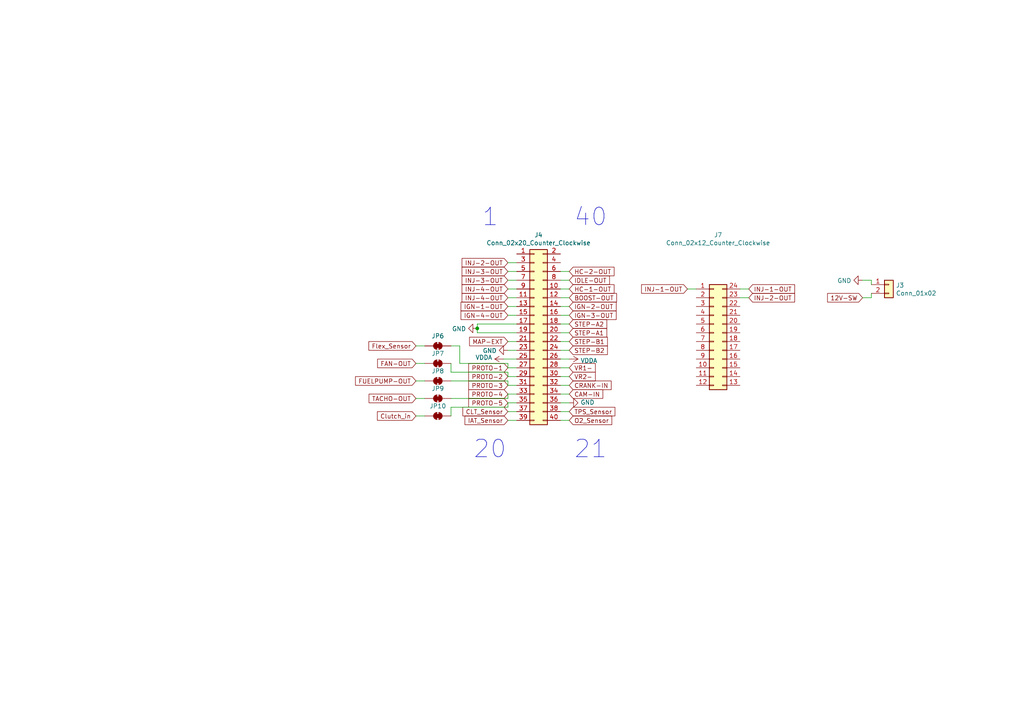
<source format=kicad_sch>
(kicad_sch (version 20231120) (generator "eeschema") (generator_version "8.0")
  (paper "A4")
  (title_block (title "0.4") (date "2021-03-27") (rev "4d") (company "Speeduino"))
  (lib_symbols
    (symbol "Connector_Generic:Conn_01x02" (pin_names (offset 1.016) hide)
      (property "Reference" "J" (at 0 2.54 0))
      (property "Value" "Conn_01x02" (at 0 -5.08 0))
      (symbol "Conn_01x02_1_1"
        (rectangle (start -1.27 -2.413) (end 0 -2.667) (stroke (width 0.1524)))
        (rectangle (start -1.27 0.127) (end 0 -0.127) (stroke (width 0.1524)))
        (rectangle (start -1.27 1.27) (end 1.27 -3.81) (stroke (width 0.254)) (fill (type background)))
        (pin passive line (at -5.08 0 0) (length 3.81) (name "Pin_1") (number "1"))
        (pin passive line (at -5.08 -2.54 0) (length 3.81) (name "Pin_2") (number "2"))
      )
    )
    (symbol "Connector_Generic:Conn_02x12_Counter_Clockwise" (pin_names (offset 1.016) hide)
      (property "Reference" "J" (at 1.27 15.24 0))
      (property "Value" "Conn_02x12_Counter_Clockwise" (at 1.27 -17.78 0))
      (symbol "Conn_02x12_Counter_Clockwise_1_1"
        (rectangle (start -1.27 -15.113) (end 0 -15.367) (stroke (width 0.1524)))
        (rectangle (start -1.27 -12.573) (end 0 -12.827) (stroke (width 0.1524)))
        (rectangle (start -1.27 -10.033) (end 0 -10.287) (stroke (width 0.1524)))
        (rectangle (start -1.27 -7.493) (end 0 -7.747) (stroke (width 0.1524)))
        (rectangle (start -1.27 -4.953) (end 0 -5.207) (stroke (width 0.1524)))
        (rectangle (start -1.27 -2.413) (end 0 -2.667) (stroke (width 0.1524)))
        (rectangle (start -1.27 0.127) (end 0 -0.127) (stroke (width 0.1524)))
        (rectangle (start -1.27 2.667) (end 0 2.413) (stroke (width 0.1524)))
        (rectangle (start -1.27 5.207) (end 0 4.953) (stroke (width 0.1524)))
        (rectangle (start -1.27 7.747) (end 0 7.493) (stroke (width 0.1524)))
        (rectangle (start -1.27 10.287) (end 0 10.033) (stroke (width 0.1524)))
        (rectangle (start -1.27 12.827) (end 0 12.573) (stroke (width 0.1524)))
        (rectangle (start -1.27 13.97) (end 3.81 -16.51) (stroke (width 0.254)) (fill (type background)))
        (rectangle (start 3.81 -15.113) (end 2.54 -15.367) (stroke (width 0.1524)))
        (rectangle (start 3.81 -12.573) (end 2.54 -12.827) (stroke (width 0.1524)))
        (rectangle (start 3.81 -10.033) (end 2.54 -10.287) (stroke (width 0.1524)))
        (rectangle (start 3.81 -7.493) (end 2.54 -7.747) (stroke (width 0.1524)))
        (rectangle (start 3.81 -4.953) (end 2.54 -5.207) (stroke (width 0.1524)))
        (rectangle (start 3.81 -2.413) (end 2.54 -2.667) (stroke (width 0.1524)))
        (rectangle (start 3.81 0.127) (end 2.54 -0.127) (stroke (width 0.1524)))
        (rectangle (start 3.81 2.667) (end 2.54 2.413) (stroke (width 0.1524)))
        (rectangle (start 3.81 5.207) (end 2.54 4.953) (stroke (width 0.1524)))
        (rectangle (start 3.81 7.747) (end 2.54 7.493) (stroke (width 0.1524)))
        (rectangle (start 3.81 10.287) (end 2.54 10.033) (stroke (width 0.1524)))
        (rectangle (start 3.81 12.827) (end 2.54 12.573) (stroke (width 0.1524)))
        (pin passive line (at -5.08 12.7 0) (length 3.81) (name "Pin_1") (number "1"))
        (pin passive line (at -5.08 -10.16 0) (length 3.81) (name "Pin_10") (number "10"))
        (pin passive line (at -5.08 -12.7 0) (length 3.81) (name "Pin_11") (number "11"))
        (pin passive line (at -5.08 -15.24 0) (length 3.81) (name "Pin_12") (number "12"))
        (pin passive line (at 7.62 -15.24 180) (length 3.81) (name "Pin_13") (number "13"))
        (pin passive line (at 7.62 -12.7 180) (length 3.81) (name "Pin_14") (number "14"))
        (pin passive line (at 7.62 -10.16 180) (length 3.81) (name "Pin_15") (number "15"))
        (pin passive line (at 7.62 -7.62 180) (length 3.81) (name "Pin_16") (number "16"))
        (pin passive line (at 7.62 -5.08 180) (length 3.81) (name "Pin_17") (number "17"))
        (pin passive line (at 7.62 -2.54 180) (length 3.81) (name "Pin_18") (number "18"))
        (pin passive line (at 7.62 0 180) (length 3.81) (name "Pin_19") (number "19"))
        (pin passive line (at -5.08 10.16 0) (length 3.81) (name "Pin_2") (number "2"))
        (pin passive line (at 7.62 2.54 180) (length 3.81) (name "Pin_20") (number "20"))
        (pin passive line (at 7.62 5.08 180) (length 3.81) (name "Pin_21") (number "21"))
        (pin passive line (at 7.62 7.62 180) (length 3.81) (name "Pin_22") (number "22"))
        (pin passive line (at 7.62 10.16 180) (length 3.81) (name "Pin_23") (number "23"))
        (pin passive line (at 7.62 12.7 180) (length 3.81) (name "Pin_24") (number "24"))
        (pin passive line (at -5.08 7.62 0) (length 3.81) (name "Pin_3") (number "3"))
        (pin passive line (at -5.08 5.08 0) (length 3.81) (name "Pin_4") (number "4"))
        (pin passive line (at -5.08 2.54 0) (length 3.81) (name "Pin_5") (number "5"))
        (pin passive line (at -5.08 0 0) (length 3.81) (name "Pin_6") (number "6"))
        (pin passive line (at -5.08 -2.54 0) (length 3.81) (name "Pin_7") (number "7"))
        (pin passive line (at -5.08 -5.08 0) (length 3.81) (name "Pin_8") (number "8"))
        (pin passive line (at -5.08 -7.62 0) (length 3.81) (name "Pin_9") (number "9"))
      )
    )
    (symbol "Connector_Generic:Conn_02x20_Odd_Even" (pin_names (offset 1.016) hide)
      (property "Reference" "J" (at 1.27 25.4 0))
      (property "Value" "Conn_02x20_Odd_Even" (at 1.27 -27.94 0))
      (symbol "Conn_02x20_Odd_Even_1_1"
        (rectangle (start -1.27 -25.273) (end 0 -25.527) (stroke (width 0.1524)))
        (rectangle (start -1.27 -22.733) (end 0 -22.987) (stroke (width 0.1524)))
        (rectangle (start -1.27 -20.193) (end 0 -20.447) (stroke (width 0.1524)))
        (rectangle (start -1.27 -17.653) (end 0 -17.907) (stroke (width 0.1524)))
        (rectangle (start -1.27 -15.113) (end 0 -15.367) (stroke (width 0.1524)))
        (rectangle (start -1.27 -12.573) (end 0 -12.827) (stroke (width 0.1524)))
        (rectangle (start -1.27 -10.033) (end 0 -10.287) (stroke (width 0.1524)))
        (rectangle (start -1.27 -7.493) (end 0 -7.747) (stroke (width 0.1524)))
        (rectangle (start -1.27 -4.953) (end 0 -5.207) (stroke (width 0.1524)))
        (rectangle (start -1.27 -2.413) (end 0 -2.667) (stroke (width 0.1524)))
        (rectangle (start -1.27 0.127) (end 0 -0.127) (stroke (width 0.1524)))
        (rectangle (start -1.27 2.667) (end 0 2.413) (stroke (width 0.1524)))
        (rectangle (start -1.27 5.207) (end 0 4.953) (stroke (width 0.1524)))
        (rectangle (start -1.27 7.747) (end 0 7.493) (stroke (width 0.1524)))
        (rectangle (start -1.27 10.287) (end 0 10.033) (stroke (width 0.1524)))
        (rectangle (start -1.27 12.827) (end 0 12.573) (stroke (width 0.1524)))
        (rectangle (start -1.27 15.367) (end 0 15.113) (stroke (width 0.1524)))
        (rectangle (start -1.27 17.907) (end 0 17.653) (stroke (width 0.1524)))
        (rectangle (start -1.27 20.447) (end 0 20.193) (stroke (width 0.1524)))
        (rectangle (start -1.27 22.987) (end 0 22.733) (stroke (width 0.1524)))
        (rectangle (start -1.27 24.13) (end 3.81 -26.67) (stroke (width 0.254)) (fill (type background)))
        (rectangle (start 3.81 -25.273) (end 2.54 -25.527) (stroke (width 0.1524)))
        (rectangle (start 3.81 -22.733) (end 2.54 -22.987) (stroke (width 0.1524)))
        (rectangle (start 3.81 -20.193) (end 2.54 -20.447) (stroke (width 0.1524)))
        (rectangle (start 3.81 -17.653) (end 2.54 -17.907) (stroke (width 0.1524)))
        (rectangle (start 3.81 -15.113) (end 2.54 -15.367) (stroke (width 0.1524)))
        (rectangle (start 3.81 -12.573) (end 2.54 -12.827) (stroke (width 0.1524)))
        (rectangle (start 3.81 -10.033) (end 2.54 -10.287) (stroke (width 0.1524)))
        (rectangle (start 3.81 -7.493) (end 2.54 -7.747) (stroke (width 0.1524)))
        (rectangle (start 3.81 -4.953) (end 2.54 -5.207) (stroke (width 0.1524)))
        (rectangle (start 3.81 -2.413) (end 2.54 -2.667) (stroke (width 0.1524)))
        (rectangle (start 3.81 0.127) (end 2.54 -0.127) (stroke (width 0.1524)))
        (rectangle (start 3.81 2.667) (end 2.54 2.413) (stroke (width 0.1524)))
        (rectangle (start 3.81 5.207) (end 2.54 4.953) (stroke (width 0.1524)))
        (rectangle (start 3.81 7.747) (end 2.54 7.493) (stroke (width 0.1524)))
        (rectangle (start 3.81 10.287) (end 2.54 10.033) (stroke (width 0.1524)))
        (rectangle (start 3.81 12.827) (end 2.54 12.573) (stroke (width 0.1524)))
        (rectangle (start 3.81 15.367) (end 2.54 15.113) (stroke (width 0.1524)))
        (rectangle (start 3.81 17.907) (end 2.54 17.653) (stroke (width 0.1524)))
        (rectangle (start 3.81 20.447) (end 2.54 20.193) (stroke (width 0.1524)))
        (rectangle (start 3.81 22.987) (end 2.54 22.733) (stroke (width 0.1524)))
        (pin passive line (at -5.08 22.86 0) (length 3.81) (name "Pin_1") (number "1"))
        (pin passive line (at 7.62 12.7 180) (length 3.81) (name "Pin_10") (number "10"))
        (pin passive line (at -5.08 10.16 0) (length 3.81) (name "Pin_11") (number "11"))
        (pin passive line (at 7.62 10.16 180) (length 3.81) (name "Pin_12") (number "12"))
        (pin passive line (at -5.08 7.62 0) (length 3.81) (name "Pin_13") (number "13"))
        (pin passive line (at 7.62 7.62 180) (length 3.81) (name "Pin_14") (number "14"))
        (pin passive line (at -5.08 5.08 0) (length 3.81) (name "Pin_15") (number "15"))
        (pin passive line (at 7.62 5.08 180) (length 3.81) (name "Pin_16") (number "16"))
        (pin passive line (at -5.08 2.54 0) (length 3.81) (name "Pin_17") (number "17"))
        (pin passive line (at 7.62 2.54 180) (length 3.81) (name "Pin_18") (number "18"))
        (pin passive line (at -5.08 0 0) (length 3.81) (name "Pin_19") (number "19"))
        (pin passive line (at 7.62 22.86 180) (length 3.81) (name "Pin_2") (number "2"))
        (pin passive line (at 7.62 0 180) (length 3.81) (name "Pin_20") (number "20"))
        (pin passive line (at -5.08 -2.54 0) (length 3.81) (name "Pin_21") (number "21"))
        (pin passive line (at 7.62 -2.54 180) (length 3.81) (name "Pin_22") (number "22"))
        (pin passive line (at -5.08 -5.08 0) (length 3.81) (name "Pin_23") (number "23"))
        (pin passive line (at 7.62 -5.08 180) (length 3.81) (name "Pin_24") (number "24"))
        (pin passive line (at -5.08 -7.62 0) (length 3.81) (name "Pin_25") (number "25"))
        (pin passive line (at 7.62 -7.62 180) (length 3.81) (name "Pin_26") (number "26"))
        (pin passive line (at -5.08 -10.16 0) (length 3.81) (name "Pin_27") (number "27"))
        (pin passive line (at 7.62 -10.16 180) (length 3.81) (name "Pin_28") (number "28"))
        (pin passive line (at -5.08 -12.7 0) (length 3.81) (name "Pin_29") (number "29"))
        (pin passive line (at -5.08 20.32 0) (length 3.81) (name "Pin_3") (number "3"))
        (pin passive line (at 7.62 -12.7 180) (length 3.81) (name "Pin_30") (number "30"))
        (pin passive line (at -5.08 -15.24 0) (length 3.81) (name "Pin_31") (number "31"))
        (pin passive line (at 7.62 -15.24 180) (length 3.81) (name "Pin_32") (number "32"))
        (pin passive line (at -5.08 -17.78 0) (length 3.81) (name "Pin_33") (number "33"))
        (pin passive line (at 7.62 -17.78 180) (length 3.81) (name "Pin_34") (number "34"))
        (pin passive line (at -5.08 -20.32 0) (length 3.81) (name "Pin_35") (number "35"))
        (pin passive line (at 7.62 -20.32 180) (length 3.81) (name "Pin_36") (number "36"))
        (pin passive line (at -5.08 -22.86 0) (length 3.81) (name "Pin_37") (number "37"))
        (pin passive line (at 7.62 -22.86 180) (length 3.81) (name "Pin_38") (number "38"))
        (pin passive line (at -5.08 -25.4 0) (length 3.81) (name "Pin_39") (number "39"))
        (pin passive line (at 7.62 20.32 180) (length 3.81) (name "Pin_4") (number "4"))
        (pin passive line (at 7.62 -25.4 180) (length 3.81) (name "Pin_40") (number "40"))
        (pin passive line (at -5.08 17.78 0) (length 3.81) (name "Pin_5") (number "5"))
        (pin passive line (at 7.62 17.78 180) (length 3.81) (name "Pin_6") (number "6"))
        (pin passive line (at -5.08 15.24 0) (length 3.81) (name "Pin_7") (number "7"))
        (pin passive line (at 7.62 15.24 180) (length 3.81) (name "Pin_8") (number "8"))
        (pin passive line (at -5.08 12.7 0) (length 3.81) (name "Pin_9") (number "9"))
      )
    )
    (symbol "Jumper:SolderJumper_2_Bridged" (pin_numbers hide) (pin_names (offset 0) hide) (exclude_from_sim yes) (in_bom no)
      (property "Reference" "JP" (at 0 2.032 0))
      (property "Value" "SolderJumper_2_Bridged" (at 0 -2.54 0))
      (symbol "SolderJumper_2_Bridged_0_1"
        (rectangle (start -0.508 0.508) (end 0.508 -0.508) (fill (type outline)))
        (arc (start -0.254 1.016) (mid -1.2656 0) (end -0.254 -1.016))
        (arc (start -0.254 1.016) (mid -1.2656 0) (end -0.254 -1.016) (fill (type outline)))
        (polyline (pts (xy -0.254 1.016) (xy -0.254 -1.016)))
        (polyline (pts (xy 0.254 1.016) (xy 0.254 -1.016)))
        (arc (start 0.254 -1.016) (mid 1.2656 0) (end 0.254 1.016))
        (arc (start 0.254 -1.016) (mid 1.2656 0) (end 0.254 1.016) (fill (type outline)))
      )
      (symbol "SolderJumper_2_Bridged_1_1"
        (pin passive line (at -3.81 0 0) (length 2.54) (name "A") (number "1"))
        (pin passive line (at 3.81 0 180) (length 2.54) (name "B") (number "2"))
      )
    )
    (symbol "v0.4.3d-rescue:GND-power" (power) (pin_names (offset 0))
      (property "Value" "power_GND" (at 0 -3.81 0))
      (symbol "GND-power_0_1"
        (polyline (pts (xy 0 0) (xy 0 -1.27) (xy 1.27 -1.27) (xy 0 -2.54) (xy -1.27 -1.27) (xy 0 -1.27)))
      )
      (symbol "GND-power_1_1"
        (pin power_in line (at 0 0 270) (length 0) hide (name "GND") (number "1"))
      )
    )
    (symbol "v0.4.3d-rescue:VDDA-power" (power) (pin_names (offset 0))
      (property "Value" "power_VDDA" (at 0 3.81 0))
      (symbol "VDDA-power_0_1"
        (polyline (pts (xy -0.762 1.27) (xy 0 2.54)))
        (polyline (pts (xy 0 0) (xy 0 2.54)))
        (polyline (pts (xy 0 2.54) (xy 0.762 1.27)))
      )
      (symbol "VDDA-power_1_1"
        (pin power_in line (at 0 0 90) (length 0) hide (name "VDDA") (number "1"))
      )
    )
  )
  (junction (at 138.43 95.25))
  (wire (pts (xy 165.1 104.14) (xy 162.56 104.14)))
  (wire (pts (xy 147.32 118.11) (xy 147.32 116.84)))
  (wire (pts (xy 250.19 86.36) (xy 252.73 86.36)))
  (wire (pts (xy 217.17 83.82) (xy 214.63 83.82)))
  (wire (pts (xy 133.35 105.41) (xy 147.32 105.41)))
  (wire (pts (xy 149.86 76.2) (xy 147.32 76.2)))
  (wire (pts (xy 147.32 105.41) (xy 147.32 106.68)))
  (wire (pts (xy 162.56 91.44) (xy 165.1 91.44)))
  (wire (pts (xy 147.32 101.6) (xy 149.86 101.6)))
  (wire (pts (xy 147.32 83.82) (xy 149.86 83.82)))
  (wire (pts (xy 120.65 110.49) (xy 123.19 110.49)))
  (wire (pts (xy 120.65 120.65) (xy 123.19 120.65)))
  (wire (pts (xy 138.43 96.52) (xy 138.43 95.25)))
  (wire (pts (xy 147.32 111.76) (xy 149.86 111.76)))
  (wire (pts (xy 147.32 78.74) (xy 149.86 78.74)))
  (wire (pts (xy 130.81 107.95) (xy 147.32 107.95)))
  (wire (pts (xy 165.1 99.06) (xy 162.56 99.06)))
  (wire (pts (xy 147.32 107.95) (xy 147.32 109.22)))
  (wire (pts (xy 162.56 111.76) (xy 165.1 111.76)))
  (wire (pts (xy 162.56 101.6) (xy 165.1 101.6)))
  (wire (pts (xy 162.56 78.74) (xy 165.1 78.74)))
  (wire (pts (xy 252.73 81.28) (xy 252.73 82.55)))
  (wire (pts (xy 130.81 120.65) (xy 130.81 118.11)))
  (wire (pts (xy 133.35 100.33) (xy 133.35 105.41)))
  (wire (pts (xy 149.86 81.28) (xy 147.32 81.28)))
  (wire (pts (xy 165.1 88.9) (xy 162.56 88.9)))
  (wire (pts (xy 165.1 93.98) (xy 162.56 93.98)))
  (wire (pts (xy 146.05 104.14) (xy 149.86 104.14)))
  (wire (pts (xy 120.65 115.57) (xy 123.19 115.57)))
  (wire (pts (xy 250.19 81.28) (xy 252.73 81.28)))
  (wire (pts (xy 149.86 93.98) (xy 138.43 93.98)))
  (wire (pts (xy 130.81 110.49) (xy 147.32 110.49)))
  (wire (pts (xy 165.1 86.36) (xy 162.56 86.36)))
  (wire (pts (xy 149.86 109.22) (xy 147.32 109.22)))
  (wire (pts (xy 162.56 116.84) (xy 165.1 116.84)))
  (wire (pts (xy 147.32 99.06) (xy 149.86 99.06)))
  (wire (pts (xy 120.65 105.41) (xy 123.19 105.41)))
  (wire (pts (xy 162.56 96.52) (xy 165.1 96.52)))
  (wire (pts (xy 149.86 91.44) (xy 147.32 91.44)))
  (wire (pts (xy 162.56 81.28) (xy 165.1 81.28)))
  (wire (pts (xy 149.86 96.52) (xy 138.43 96.52)))
  (wire (pts (xy 149.86 86.36) (xy 147.32 86.36)))
  (wire (pts (xy 130.81 100.33) (xy 133.35 100.33)))
  (wire (pts (xy 147.32 115.57) (xy 147.32 114.3)))
  (wire (pts (xy 165.1 114.3) (xy 162.56 114.3)))
  (wire (pts (xy 165.1 83.82) (xy 162.56 83.82)))
  (wire (pts (xy 130.81 115.57) (xy 147.32 115.57)))
  (wire (pts (xy 165.1 109.22) (xy 162.56 109.22)))
  (wire (pts (xy 149.86 119.38) (xy 147.32 119.38)))
  (wire (pts (xy 252.73 86.36) (xy 252.73 85.09)))
  (wire (pts (xy 214.63 86.36) (xy 217.17 86.36)))
  (wire (pts (xy 130.81 118.11) (xy 147.32 118.11)))
  (wire (pts (xy 199.39 83.82) (xy 201.93 83.82)))
  (wire (pts (xy 147.32 106.68) (xy 149.86 106.68)))
  (wire (pts (xy 138.43 93.98) (xy 138.43 95.25)))
  (wire (pts (xy 147.32 88.9) (xy 149.86 88.9)))
  (wire (pts (xy 165.1 119.38) (xy 162.56 119.38)))
  (wire (pts (xy 149.86 116.84) (xy 147.32 116.84)))
  (wire (pts (xy 120.65 100.33) (xy 123.19 100.33)))
  (wire (pts (xy 130.81 105.41) (xy 130.81 107.95)))
  (wire (pts (xy 149.86 114.3) (xy 147.32 114.3)))
  (wire (pts (xy 147.32 121.92) (xy 149.86 121.92)))
  (wire (pts (xy 162.56 121.92) (xy 165.1 121.92)))
  (wire (pts (xy 147.32 110.49) (xy 147.32 111.76)))
  (wire (pts (xy 162.56 106.68) (xy 165.1 106.68)))
  (text "20" (at 137.16 133.35 0) (effects (font (size 5.08 5.08)) (justify left bottom)))
  (text "40" (at 166.37 66.04 0) (effects (font (size 5.08 5.08)) (justify left bottom)))
  (text "21" (at 166.37 133.35 0) (effects (font (size 5.08 5.08)) (justify left bottom)))
  (text "1" (at 139.7 66.04 0) (effects (font (size 5.08 5.08)) (justify left bottom)))
  (global_label "INJ-3-OUT" (shape input) (at 147.32 78.74 180) (property "Intersheetrefs" "${INTERSHEET_REFS}" (effects (hide yes))))
  (global_label "IGN-2-OUT" (shape input) (at 165.1 88.9 0) (property "Intersheetrefs" "${INTERSHEET_REFS}" (effects (hide yes))))
  (global_label "HC-2-OUT" (shape input) (at 165.1 78.74 0) (property "Intersheetrefs" "${INTERSHEET_REFS}" (effects (hide yes))))
  (global_label "INJ-1-OUT" (shape input) (at 217.17 83.82 0) (property "Intersheetrefs" "${INTERSHEET_REFS}" (effects (hide yes))))
  (global_label "HC-1-OUT" (shape input) (at 165.1 83.82 0) (property "Intersheetrefs" "${INTERSHEET_REFS}" (effects (hide yes))))
  (global_label "IDLE-OUT" (shape input) (at 165.1 81.28 0) (property "Intersheetrefs" "${INTERSHEET_REFS}" (effects (hide yes))))
  (global_label "Clutch_in" (shape input) (at 120.65 120.65 180) (property "Intersheetrefs" "${INTERSHEET_REFS}" (effects (hide yes))))
  (global_label "CLT_Sensor" (shape input) (at 147.32 119.38 180) (property "Intersheetrefs" "${INTERSHEET_REFS}" (effects (hide yes))))
  (global_label "STEP-B2" (shape input) (at 165.1 101.6 0) (property "Intersheetrefs" "${INTERSHEET_REFS}" (effects (hide yes))))
  (global_label "MAP-EXT" (shape input) (at 147.32 99.06 180) (property "Intersheetrefs" "${INTERSHEET_REFS}" (effects (hide yes))))
  (global_label "STEP-A2" (shape input) (at 165.1 93.98 0) (property "Intersheetrefs" "${INTERSHEET_REFS}" (effects (hide yes))))
  (global_label "INJ-2-OUT" (shape input) (at 217.17 86.36 0) (property "Intersheetrefs" "${INTERSHEET_REFS}" (effects (hide yes))))
  (global_label "INJ-3-OUT" (shape input) (at 147.32 81.28 180) (property "Intersheetrefs" "${INTERSHEET_REFS}" (effects (hide yes))))
  (global_label "IGN-4-OUT" (shape input) (at 147.32 91.44 180) (property "Intersheetrefs" "${INTERSHEET_REFS}" (effects (hide yes))))
  (global_label "INJ-2-OUT" (shape input) (at 147.32 76.2 180) (property "Intersheetrefs" "${INTERSHEET_REFS}" (effects (hide yes))))
  (global_label "INJ-1-OUT" (shape input) (at 199.39 83.82 180) (property "Intersheetrefs" "${INTERSHEET_REFS}" (effects (hide yes))))
  (global_label "12V-SW" (shape input) (at 250.19 86.36 180) (property "Intersheetrefs" "${INTERSHEET_REFS}" (effects (hide yes))))
  (global_label "INJ-4-OUT" (shape input) (at 147.32 86.36 180) (property "Intersheetrefs" "${INTERSHEET_REFS}" (effects (hide yes))))
  (global_label "PROTO-3" (shape input) (at 147.32 111.76 180) (property "Intersheetrefs" "${INTERSHEET_REFS}" (effects (hide yes))))
  (global_label "STEP-A1" (shape input) (at 165.1 96.52 0) (property "Intersheetrefs" "${INTERSHEET_REFS}" (effects (hide yes))))
  (global_label "TPS_Sensor" (shape input) (at 165.1 119.38 0) (property "Intersheetrefs" "${INTERSHEET_REFS}" (effects (hide yes))))
  (global_label "PROTO-5" (shape input) (at 147.32 116.84 180) (property "Intersheetrefs" "${INTERSHEET_REFS}" (effects (hide yes))))
  (global_label "STEP-B1" (shape input) (at 165.1 99.06 0) (property "Intersheetrefs" "${INTERSHEET_REFS}" (effects (hide yes))))
  (global_label "TACHO-OUT" (shape input) (at 120.65 115.57 180) (property "Intersheetrefs" "${INTERSHEET_REFS}" (effects (hide yes))))
  (global_label "CAM-IN" (shape input) (at 165.1 114.3 0) (property "Intersheetrefs" "${INTERSHEET_REFS}" (effects (hide yes))))
  (global_label "PROTO-1" (shape input) (at 147.32 106.68 180) (property "Intersheetrefs" "${INTERSHEET_REFS}" (effects (hide yes))))
  (global_label "CRANK-IN" (shape input) (at 165.1 111.76 0) (property "Intersheetrefs" "${INTERSHEET_REFS}" (effects (hide yes))))
  (global_label "VR2-" (shape input) (at 165.1 109.22 0) (property "Intersheetrefs" "${INTERSHEET_REFS}" (effects (hide yes))))
  (global_label "VR1-" (shape input) (at 165.1 106.68 0) (property "Intersheetrefs" "${INTERSHEET_REFS}" (effects (hide yes))))
  (global_label "O2_Sensor" (shape input) (at 165.1 121.92 0) (property "Intersheetrefs" "${INTERSHEET_REFS}" (effects (hide yes))))
  (global_label "FAN-OUT" (shape input) (at 120.65 105.41 180) (property "Intersheetrefs" "${INTERSHEET_REFS}" (effects (hide yes))))
  (global_label "PROTO-4" (shape input) (at 147.32 114.3 180) (property "Intersheetrefs" "${INTERSHEET_REFS}" (effects (hide yes))))
  (global_label "IAT_Sensor" (shape input) (at 147.32 121.92 180) (property "Intersheetrefs" "${INTERSHEET_REFS}" (effects (hide yes))))
  (global_label "FUELPUMP-OUT" (shape input) (at 120.65 110.49 180) (property "Intersheetrefs" "${INTERSHEET_REFS}" (effects (hide yes))))
  (global_label "BOOST-OUT" (shape input) (at 165.1 86.36 0) (property "Intersheetrefs" "${INTERSHEET_REFS}" (effects (hide yes))))
  (global_label "PROTO-2" (shape input) (at 147.32 109.22 180) (property "Intersheetrefs" "${INTERSHEET_REFS}" (effects (hide yes))))
  (global_label "INJ-4-OUT" (shape input) (at 147.32 83.82 180) (property "Intersheetrefs" "${INTERSHEET_REFS}" (effects (hide yes))))
  (global_label "IGN-1-OUT" (shape input) (at 147.32 88.9 180) (property "Intersheetrefs" "${INTERSHEET_REFS}" (effects (hide yes))))
  (global_label "IGN-3-OUT" (shape input) (at 165.1 91.44 0) (property "Intersheetrefs" "${INTERSHEET_REFS}" (effects (hide yes))))
  (global_label "Flex_Sensor" (shape input) (at 120.65 100.33 180) (property "Intersheetrefs" "${INTERSHEET_REFS}" (effects (hide yes))))
  (symbol (lib_id "v0.4.3d-rescue:GND-power") (at 138.43 95.25 270) (unit 1)
    (property "Reference" "#PWR051" (effects (hide yes)))
    (property "Value" "GND" (at 135.1788 95.377 90) (effects (justify right)))
  )
  (symbol (lib_id "v0.4.3d-rescue:GND-power") (at 165.1 116.84 90) (unit 1)
    (property "Reference" "#PWR055" (effects (hide yes)))
    (property "Value" "GND" (at 168.3512 116.713 90) (effects (justify right)))
  )
  (symbol (lib_id "Connector_Generic:Conn_02x20_Odd_Even") (at 154.94 96.52 0) (unit 1)
    (property "Reference" "J4" (at 156.21 68.1482 0))
    (property "Value" "Conn_02x20_Counter_Clockwise" (at 156.21 70.4596 0))
    (property "Footprint" "Connector_IDC:IDC-Header_2x20_P2.54mm_Vertical" (effects (hide yes)))
  )
  (symbol (lib_id "v0.4.3d-rescue:VDDA-power") (at 165.1 104.14 270) (unit 1)
    (property "Reference" "#PWR054" (effects (hide yes)))
    (property "Value" "VDDA" (at 168.3512 104.5972 90) (effects (justify left)))
  )
  (symbol (lib_id "v0.4.3d-rescue:GND-power") (at 147.32 101.6 270) (unit 1)
    (property "Reference" "#PWR053" (effects (hide yes)))
    (property "Value" "GND" (at 144.0688 101.727 90) (effects (justify right)))
  )
  (symbol (lib_id "v0.4.3d-rescue:VDDA-power") (at 146.05 104.14 90) (unit 1)
    (property "Reference" "#PWR052" (effects (hide yes)))
    (property "Value" "VDDA" (at 142.7988 103.6828 90) (effects (justify left)))
  )
  (symbol (lib_id "Connector_Generic:Conn_01x02") (at 257.81 82.55 0) (unit 1)
    (property "Reference" "J3" (at 259.842 82.7532 0) (effects (justify left)))
    (property "Value" "Conn_01x02" (at 259.842 85.0646 0) (effects (justify left)))
    (property "Footprint" "TerminalBlock_Phoenix:TerminalBlock_Phoenix_PT-1,5-2-5.0-H_1x02_P5.00mm_Horizontal" (effects (hide yes)))
  )
  (symbol (lib_id "v0.4.3d-rescue:GND-power") (at 250.19 81.28 270) (unit 1)
    (property "Reference" "#PWR0109" (effects (hide yes)))
    (property "Value" "GND" (at 246.9388 81.407 90) (effects (justify right)))
  )
  (symbol (lib_id "Jumper:SolderJumper_2_Bridged") (at 127 105.41 0) (unit 1)
    (property "Reference" "JP7" (at 127 102.5398 0))
    (property "Value" "SolderJumper_2_Bridged" (effects (hide yes)))
    (property "Footprint" "Jumper:SolderJumper-2_P1.3mm_Bridged_Pad1.0x1.5mm" (effects (hide yes)))
  )
  (symbol (lib_id "Jumper:SolderJumper_2_Bridged") (at 127 110.49 0) (unit 1)
    (property "Reference" "JP8" (at 127 107.6198 0))
    (property "Value" "SolderJumper_2_Bridged" (effects (hide yes)))
    (property "Footprint" "Jumper:SolderJumper-2_P1.3mm_Bridged_Pad1.0x1.5mm" (effects (hide yes)))
  )
  (symbol (lib_id "Jumper:SolderJumper_2_Bridged") (at 127 115.57 0) (unit 1)
    (property "Reference" "JP9" (at 127 112.6998 0))
    (property "Value" "SolderJumper_2_Bridged" (effects (hide yes)))
    (property "Footprint" "Jumper:SolderJumper-2_P1.3mm_Bridged_Pad1.0x1.5mm" (effects (hide yes)))
  )
  (symbol (lib_id "Jumper:SolderJumper_2_Bridged") (at 127 120.65 0) (unit 1)
    (property "Reference" "JP10" (at 127 117.7798 0))
    (property "Value" "SolderJumper_2_Bridged" (effects (hide yes)))
    (property "Footprint" "Jumper:SolderJumper-2_P1.3mm_Bridged_Pad1.0x1.5mm" (effects (hide yes)))
  )
  (symbol (lib_id "Jumper:SolderJumper_2_Bridged") (at 127 100.33 0) (unit 1)
    (property "Reference" "JP6" (at 127 97.4598 0))
    (property "Value" "SolderJumper_2_Bridged" (effects (hide yes)))
    (property "Footprint" "Jumper:SolderJumper-2_P1.3mm_Bridged_Pad1.0x1.5mm" (effects (hide yes)))
  )
  (symbol (lib_id "Connector_Generic:Conn_02x12_Counter_Clockwise") (at 207.01 96.52 0) (unit 1)
    (property "Reference" "J7" (at 208.28 68.1482 0))
    (property "Value" "Conn_02x12_Counter_Clockwise" (at 208.28 70.4596 0))
    (property "Footprint" "Connector_Molex:Molex_Micro-Fit_3.0_43045-2400_2x12_P3.00mm_Horizontal" (effects (hide yes)))
    (property "Description" "Generic connector, double row, 02x12, counter clockwise pin numbering scheme (similar to DIP package numbering), script generated (kicad-library-utils/schlib/autogen/connector/)" (effects (hide yes)))
  )
)
</source>
